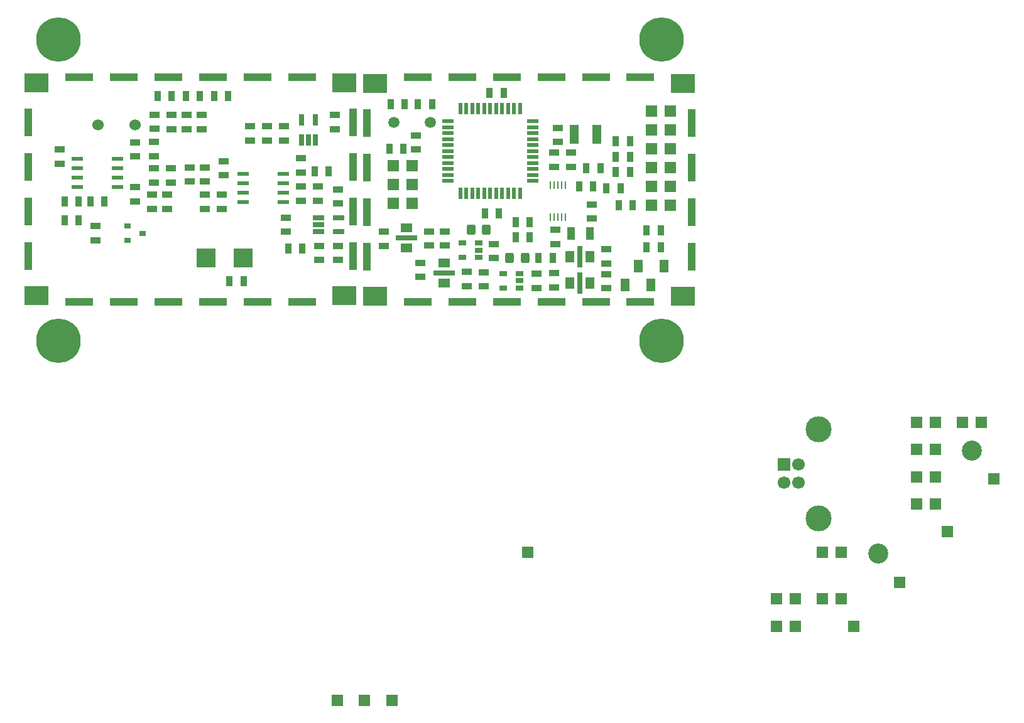
<source format=gbr>
%TF.GenerationSoftware,KiCad,Pcbnew,6.0.4-6f826c9f35~116~ubuntu20.04.1*%
%TF.CreationDate,2022-05-02T13:01:33+00:00*%
%TF.ProjectId,USTSIPIN01A,55535453-4950-4494-9e30-31412e6b6963,REV*%
%TF.SameCoordinates,Original*%
%TF.FileFunction,Soldermask,Bot*%
%TF.FilePolarity,Negative*%
%FSLAX46Y46*%
G04 Gerber Fmt 4.6, Leading zero omitted, Abs format (unit mm)*
G04 Created by KiCad (PCBNEW 6.0.4-6f826c9f35~116~ubuntu20.04.1) date 2022-05-02 13:01:33*
%MOMM*%
%LPD*%
G01*
G04 APERTURE LIST*
G04 Aperture macros list*
%AMRoundRect*
0 Rectangle with rounded corners*
0 $1 Rounding radius*
0 $2 $3 $4 $5 $6 $7 $8 $9 X,Y pos of 4 corners*
0 Add a 4 corners polygon primitive as box body*
4,1,4,$2,$3,$4,$5,$6,$7,$8,$9,$2,$3,0*
0 Add four circle primitives for the rounded corners*
1,1,$1+$1,$2,$3*
1,1,$1+$1,$4,$5*
1,1,$1+$1,$6,$7*
1,1,$1+$1,$8,$9*
0 Add four rect primitives between the rounded corners*
20,1,$1+$1,$2,$3,$4,$5,0*
20,1,$1+$1,$4,$5,$6,$7,0*
20,1,$1+$1,$6,$7,$8,$9,0*
20,1,$1+$1,$8,$9,$2,$3,0*%
G04 Aperture macros list end*
%ADD10C,6.000000*%
%ADD11R,1.524000X1.524000*%
%ADD12C,1.524000*%
%ADD13C,1.500000*%
%ADD14C,2.700000*%
%ADD15R,1.700000X1.700000*%
%ADD16C,1.700000*%
%ADD17C,3.500000*%
%ADD18R,1.397000X0.889000*%
%ADD19R,2.550160X2.499360*%
%ADD20R,0.889000X1.397000*%
%ADD21R,1.550000X0.600000*%
%ADD22R,0.650000X1.560000*%
%ADD23R,1.560000X0.650000*%
%ADD24R,0.900000X0.800000*%
%ADD25R,1.300000X1.700000*%
%ADD26RoundRect,0.250000X0.325000X0.450000X-0.325000X0.450000X-0.325000X-0.450000X0.325000X-0.450000X0*%
%ADD27R,1.060000X0.650000*%
%ADD28R,1.500000X1.300000*%
%ADD29R,3.000000X0.700000*%
%ADD30R,1.500000X0.550000*%
%ADD31R,0.550000X1.500000*%
%ADD32R,3.800000X1.000000*%
%ADD33R,1.000000X3.800000*%
%ADD34R,3.300000X2.550000*%
%ADD35R,1.300000X1.500000*%
%ADD36R,0.700000X3.000000*%
%ADD37R,1.270000X2.540000*%
%ADD38R,0.250000X1.100000*%
%ADD39R,1.000000X1.800000*%
G04 APERTURE END LIST*
D10*
%TO.C,M2*%
X86360000Y45720000D03*
%TD*%
%TO.C,M3*%
X5080000Y45720000D03*
%TD*%
%TO.C,M4*%
X5080000Y5080000D03*
%TD*%
D11*
%TO.C,J1*%
X84963000Y25908000D03*
X87503000Y25908000D03*
%TD*%
%TO.C,J2*%
X84963000Y28448000D03*
X87503000Y28448000D03*
%TD*%
%TO.C,J3*%
X84963000Y23368000D03*
X87503000Y23368000D03*
%TD*%
D12*
%TO.C,D2*%
X15360000Y34190000D03*
X10360000Y34190000D03*
%TD*%
D11*
%TO.C,J4*%
X84963000Y36068000D03*
%TD*%
%TO.C,J5*%
X87503000Y36068000D03*
%TD*%
%TO.C,J6*%
X84963000Y33528000D03*
%TD*%
%TO.C,J7*%
X87503000Y33528000D03*
%TD*%
%TO.C,J19*%
X84963000Y30988000D03*
X87503000Y30988000D03*
%TD*%
D10*
%TO.C,M1*%
X86360000Y5080000D03*
%TD*%
D13*
%TO.C,Y1*%
X50292000Y34544000D03*
X55172000Y34544000D03*
%TD*%
D11*
%TO.C,J4*%
X68326000Y-23498000D03*
%TD*%
%TO.C,J10*%
X108026000Y-29768000D03*
X110566000Y-29768000D03*
%TD*%
%TO.C,J17*%
X120706000Y-13308000D03*
X123246000Y-13308000D03*
%TD*%
%TO.C,J18*%
X118446000Y-27508000D03*
%TD*%
%TO.C,J11*%
X126936000Y-5928000D03*
X129476000Y-5928000D03*
%TD*%
%TO.C,J6*%
X50026000Y-43428000D03*
%TD*%
D14*
%TO.C,D4*%
X115520600Y-23670400D03*
%TD*%
D15*
%TO.C,J8*%
X102831000Y-11628000D03*
D16*
X102831000Y-14128000D03*
X104831000Y-14128000D03*
X104831000Y-11628000D03*
D17*
X107541000Y-18898000D03*
X107541000Y-6858000D03*
%TD*%
D14*
%TO.C,D3*%
X128180600Y-9770400D03*
%TD*%
D11*
%TO.C,J16*%
X108046000Y-23518000D03*
X110586000Y-23518000D03*
%TD*%
%TO.C,J12*%
X120706000Y-9618000D03*
X123246000Y-9618000D03*
%TD*%
%TO.C,J20*%
X124896000Y-20688000D03*
%TD*%
%TO.C,J21*%
X112216000Y-33458000D03*
%TD*%
%TO.C,J7*%
X42646000Y-43428000D03*
%TD*%
%TO.C,J14*%
X101796000Y-29768000D03*
X104336000Y-29768000D03*
%TD*%
%TO.C,J23*%
X131126000Y-13608000D03*
%TD*%
%TO.C,J9*%
X120706000Y-5928000D03*
X123246000Y-5928000D03*
%TD*%
%TO.C,J15*%
X101796000Y-33458000D03*
X104336000Y-33458000D03*
%TD*%
%TO.C,J13*%
X120706000Y-16998000D03*
X123246000Y-16998000D03*
%TD*%
%TO.C,J5*%
X46336000Y-43428000D03*
%TD*%
D18*
%TO.C,C20*%
X10066000Y20504500D03*
X10066000Y18599500D03*
%TD*%
D19*
%TO.C,C1*%
X29989760Y16250000D03*
X24940240Y16250000D03*
%TD*%
D18*
%TO.C,C3*%
X5240000Y28950000D03*
X5240000Y30855000D03*
%TD*%
D20*
%TO.C,C4*%
X30005000Y13075000D03*
X28100000Y13075000D03*
%TD*%
%TO.C,C5*%
X7780000Y23870000D03*
X5875000Y23870000D03*
%TD*%
D18*
%TO.C,C6*%
X19718000Y24759000D03*
X19718000Y22854000D03*
%TD*%
%TO.C,C7*%
X40038000Y23933500D03*
X40038000Y25838500D03*
%TD*%
%TO.C,C8*%
X33180000Y32061500D03*
X33180000Y33966500D03*
%TD*%
%TO.C,C9*%
X40165000Y17837500D03*
X40165000Y15932500D03*
%TD*%
D20*
%TO.C,C10*%
X11272500Y23870000D03*
X9367500Y23870000D03*
%TD*%
D18*
%TO.C,C11*%
X17686000Y24759000D03*
X17686000Y22854000D03*
%TD*%
%TO.C,C12*%
X37752000Y23933500D03*
X37752000Y25838500D03*
%TD*%
%TO.C,C13*%
X35466000Y32061500D03*
X35466000Y33966500D03*
%TD*%
%TO.C,C14*%
X42705000Y17837500D03*
X42705000Y15932500D03*
%TD*%
%TO.C,C15*%
X20226000Y26410000D03*
X20226000Y28315000D03*
%TD*%
%TO.C,C16*%
X22766000Y28442000D03*
X22766000Y26537000D03*
%TD*%
%TO.C,C17*%
X27338000Y27362500D03*
X27338000Y29267500D03*
%TD*%
%TO.C,C18*%
X27084000Y22854000D03*
X27084000Y24759000D03*
%TD*%
%TO.C,C19*%
X37752000Y27743500D03*
X37752000Y29648500D03*
%TD*%
%TO.C,R3*%
X35720000Y21647500D03*
X35720000Y19742500D03*
%TD*%
%TO.C,R4*%
X30894000Y32061500D03*
X30894000Y33966500D03*
%TD*%
D20*
%TO.C,R5*%
X37942500Y17520000D03*
X36037500Y17520000D03*
%TD*%
%TO.C,R6*%
X7780000Y21330000D03*
X5875000Y21330000D03*
%TD*%
D18*
%TO.C,R7*%
X15400000Y31807500D03*
X15400000Y29902500D03*
%TD*%
%TO.C,R8*%
X17940000Y29966000D03*
X17940000Y31871000D03*
%TD*%
%TO.C,R9*%
X17940000Y26410000D03*
X17940000Y28315000D03*
%TD*%
%TO.C,R10*%
X24798000Y26537000D03*
X24798000Y28442000D03*
%TD*%
%TO.C,R11*%
X24798000Y22854000D03*
X24798000Y24759000D03*
%TD*%
%TO.C,R12*%
X42705000Y23552500D03*
X42705000Y25457500D03*
%TD*%
D20*
%TO.C,R13*%
X39593500Y27934000D03*
X41498500Y27934000D03*
%TD*%
D21*
%TO.C,U1*%
X7620000Y25775000D03*
X7620000Y27045000D03*
X7620000Y28315000D03*
X7620000Y29585000D03*
X13020000Y29585000D03*
X13020000Y28315000D03*
X13020000Y27045000D03*
X13020000Y25775000D03*
%TD*%
D22*
%TO.C,U4*%
X39718000Y32172000D03*
X38768000Y32172000D03*
X37818000Y32172000D03*
X37818000Y34872000D03*
X39718000Y34872000D03*
%TD*%
D23*
%TO.C,U5*%
X40085000Y19745000D03*
X40085000Y20695000D03*
X40085000Y21645000D03*
X42785000Y21645000D03*
X42785000Y19745000D03*
%TD*%
D18*
%TO.C,R2*%
X15400000Y25775000D03*
X15400000Y23870000D03*
%TD*%
D21*
%TO.C,U2*%
X29972000Y23743000D03*
X29972000Y25013000D03*
X29972000Y26283000D03*
X29972000Y27553000D03*
X35372000Y27553000D03*
X35372000Y26283000D03*
X35372000Y25013000D03*
X35372000Y23743000D03*
%TD*%
D18*
%TO.C,R1*%
X42324000Y33585500D03*
X42324000Y35490500D03*
%TD*%
%TO.C,C2*%
X20320000Y35496500D03*
X20320000Y33591500D03*
%TD*%
D24*
%TO.C,U3*%
X14416000Y18602000D03*
X14416000Y20502000D03*
X16416000Y19552000D03*
%TD*%
D25*
%TO.C,D1*%
X81407000Y12573000D03*
X84907000Y12573000D03*
%TD*%
D18*
%TO.C,C55*%
X72009000Y18097500D03*
X72009000Y20002500D03*
%TD*%
D20*
%TO.C,R25*%
X66675000Y19050000D03*
X68580000Y19050000D03*
%TD*%
%TO.C,R27*%
X66675000Y21082000D03*
X68580000Y21082000D03*
%TD*%
%TO.C,R28*%
X69786500Y16256000D03*
X71691500Y16256000D03*
%TD*%
D18*
%TO.C,C21*%
X24384000Y35496500D03*
X24384000Y33591500D03*
%TD*%
%TO.C,C22*%
X78867000Y14033500D03*
X78867000Y12128500D03*
%TD*%
D20*
%TO.C,C36*%
X84328000Y17653000D03*
X86233000Y17653000D03*
%TD*%
D18*
%TO.C,F1*%
X78867000Y15494000D03*
X78867000Y17399000D03*
%TD*%
D20*
%TO.C,F2*%
X84328000Y19939000D03*
X86233000Y19939000D03*
%TD*%
D25*
%TO.C,D3*%
X83185000Y15113000D03*
X86685000Y15113000D03*
%TD*%
D26*
%TO.C,L2*%
X67945000Y16256000D03*
X65895000Y16256000D03*
%TD*%
%TO.C,L3*%
X62747000Y20066000D03*
X60697000Y20066000D03*
%TD*%
D27*
%TO.C,U6*%
X67183000Y14097000D03*
X67183000Y13147000D03*
X67183000Y12197000D03*
X64983000Y12197000D03*
X64983000Y14097000D03*
%TD*%
D18*
%TO.C,C50*%
X54991000Y17907000D03*
X54991000Y19812000D03*
%TD*%
%TO.C,C49*%
X62357000Y12382500D03*
X62357000Y14287500D03*
%TD*%
%TO.C,C42*%
X57150000Y17907000D03*
X57150000Y19812000D03*
%TD*%
D28*
%TO.C,C52*%
X51943000Y17573000D03*
D29*
X51943000Y18923000D03*
D28*
X51943000Y20273000D03*
%TD*%
D18*
%TO.C,C38*%
X60071000Y12446000D03*
X60071000Y14351000D03*
%TD*%
D28*
%TO.C,C51*%
X57023000Y12874000D03*
D29*
X57023000Y14224000D03*
D28*
X57023000Y15574000D03*
%TD*%
D18*
%TO.C,C25*%
X63754000Y18097500D03*
X63754000Y16192500D03*
%TD*%
%TO.C,C44*%
X71882000Y28511500D03*
X71882000Y30416500D03*
%TD*%
%TO.C,C40*%
X74168000Y28511500D03*
X74168000Y30416500D03*
%TD*%
D20*
%TO.C,R24*%
X80581500Y23368000D03*
X82486500Y23368000D03*
%TD*%
D18*
%TO.C,C31*%
X72390000Y33782000D03*
X72390000Y31877000D03*
%TD*%
D20*
%TO.C,C27*%
X80200500Y27813000D03*
X82105500Y27813000D03*
%TD*%
D18*
%TO.C,C53*%
X53848000Y15557500D03*
X53848000Y13652500D03*
%TD*%
D27*
%TO.C,U8*%
X61679000Y18222000D03*
X61679000Y17272000D03*
X61679000Y16322000D03*
X59479000Y16322000D03*
X59479000Y18222000D03*
%TD*%
D30*
%TO.C,U10*%
X57550000Y26640000D03*
X57550000Y27440000D03*
X57550000Y28240000D03*
X57550000Y29040000D03*
X57550000Y29840000D03*
X57550000Y30640000D03*
X57550000Y31440000D03*
X57550000Y32240000D03*
X57550000Y33040000D03*
X57550000Y33840000D03*
X57550000Y34640000D03*
D31*
X59250000Y36340000D03*
X60050000Y36340000D03*
X60850000Y36340000D03*
X61650000Y36340000D03*
X62450000Y36340000D03*
X63250000Y36340000D03*
X64050000Y36340000D03*
X64850000Y36340000D03*
X65650000Y36340000D03*
X66450000Y36340000D03*
X67250000Y36340000D03*
D30*
X68950000Y34640000D03*
X68950000Y33840000D03*
X68950000Y33040000D03*
X68950000Y32240000D03*
X68950000Y31440000D03*
X68950000Y30640000D03*
X68950000Y29840000D03*
X68950000Y29040000D03*
X68950000Y28240000D03*
X68950000Y27440000D03*
X68950000Y26640000D03*
D31*
X67250000Y24940000D03*
X66450000Y24940000D03*
X65650000Y24940000D03*
X64850000Y24940000D03*
X64050000Y24940000D03*
X63250000Y24940000D03*
X62450000Y24940000D03*
X61650000Y24940000D03*
X60850000Y24940000D03*
X60050000Y24940000D03*
X59250000Y24940000D03*
%TD*%
D20*
%TO.C,R20*%
X76200000Y28321000D03*
X78105000Y28321000D03*
%TD*%
D32*
%TO.C,M7*%
X77501000Y10279000D03*
X71501000Y40579000D03*
X65501000Y40579000D03*
D33*
X46601000Y34429000D03*
D32*
X53501000Y40579000D03*
X53501000Y10279000D03*
X77501000Y40579000D03*
X83501000Y40579000D03*
D33*
X90401000Y34429000D03*
D34*
X89251000Y39804000D03*
D32*
X83501000Y10279000D03*
X59501000Y40579000D03*
D33*
X46601000Y28429000D03*
D32*
X65501000Y10279000D03*
D33*
X90401000Y28429000D03*
X46601000Y22429000D03*
X90401000Y22429000D03*
X90401000Y16429000D03*
X46601000Y16429000D03*
D32*
X59501000Y10279000D03*
D34*
X47751000Y11054000D03*
X89251000Y11054000D03*
D32*
X71501000Y10279000D03*
D34*
X47751000Y39804000D03*
%TD*%
D35*
%TO.C,C29*%
X76661000Y16383000D03*
D36*
X75311000Y16383000D03*
D35*
X73961000Y16383000D03*
%TD*%
D11*
%TO.C,J22*%
X50165000Y23622000D03*
X52705000Y23622000D03*
X50165000Y26162000D03*
X52705000Y26162000D03*
X50165000Y28702000D03*
X52705000Y28702000D03*
%TD*%
D20*
%TO.C,R23*%
X49657000Y30988000D03*
X51562000Y30988000D03*
%TD*%
%TO.C,C26*%
X78930500Y25654000D03*
X80835500Y25654000D03*
%TD*%
%TO.C,C28*%
X80200500Y29845000D03*
X82105500Y29845000D03*
%TD*%
%TO.C,C30*%
X49847500Y36957000D03*
X51752500Y36957000D03*
%TD*%
%TO.C,C33*%
X55435500Y36957000D03*
X53530500Y36957000D03*
%TD*%
D18*
%TO.C,C34*%
X53213000Y30861000D03*
X53213000Y32766000D03*
%TD*%
D20*
%TO.C,C35*%
X64452500Y22225000D03*
X62547500Y22225000D03*
%TD*%
%TO.C,C39*%
X63182500Y38481000D03*
X65087500Y38481000D03*
%TD*%
%TO.C,C43*%
X80200500Y32004000D03*
X82105500Y32004000D03*
%TD*%
D18*
%TO.C,C47*%
X76962000Y23431500D03*
X76962000Y21526500D03*
%TD*%
D37*
%TO.C,L1*%
X77597000Y32893000D03*
X74549000Y32893000D03*
%TD*%
D20*
%TO.C,R21*%
X75247500Y25908000D03*
X77152500Y25908000D03*
%TD*%
D38*
%TO.C,U11*%
X73390000Y21726000D03*
X72890000Y21726000D03*
X72390000Y21726000D03*
X71890000Y21726000D03*
X71390000Y21726000D03*
X71390000Y26026000D03*
X71890000Y26026000D03*
X72390000Y26026000D03*
X72890000Y26026000D03*
X73390000Y26026000D03*
%TD*%
D39*
%TO.C,Y2*%
X74168000Y19558000D03*
X76668000Y19558000D03*
%TD*%
D18*
%TO.C,C23*%
X22352000Y35496500D03*
X22352000Y33591500D03*
%TD*%
%TO.C,C24*%
X18034000Y35560000D03*
X18034000Y33655000D03*
%TD*%
%TO.C,C32*%
X69469000Y14097000D03*
X69469000Y12192000D03*
%TD*%
D35*
%TO.C,C45*%
X76661000Y12827000D03*
D36*
X75311000Y12827000D03*
D35*
X73961000Y12827000D03*
%TD*%
D18*
%TO.C,C48*%
X71882000Y14160500D03*
X71882000Y12255500D03*
%TD*%
%TO.C,C54*%
X48895000Y19748500D03*
X48895000Y17843500D03*
%TD*%
D20*
%TO.C,R15*%
X26035000Y38100000D03*
X27940000Y38100000D03*
%TD*%
%TO.C,R19*%
X22225000Y38100000D03*
X24130000Y38100000D03*
%TD*%
%TO.C,R22*%
X18415000Y38100000D03*
X20320000Y38100000D03*
%TD*%
D32*
%TO.C,M6*%
X25874000Y10340000D03*
X7874000Y10340000D03*
X37874000Y40640000D03*
D34*
X43624000Y11115000D03*
D33*
X974000Y16490000D03*
X44774000Y22490000D03*
D32*
X19874000Y10340000D03*
X7874000Y40640000D03*
D33*
X44774000Y16490000D03*
D32*
X31874000Y10340000D03*
D33*
X44774000Y34490000D03*
D32*
X19874000Y40640000D03*
X13874000Y10340000D03*
D34*
X2124000Y39865000D03*
D33*
X974000Y22490000D03*
X974000Y28490000D03*
D32*
X13874000Y40640000D03*
D33*
X44774000Y28490000D03*
D34*
X43624000Y39865000D03*
D32*
X37874000Y10340000D03*
X31874000Y40640000D03*
D33*
X974000Y34490000D03*
D34*
X2124000Y11115000D03*
D32*
X25874000Y40640000D03*
%TD*%
M02*

</source>
